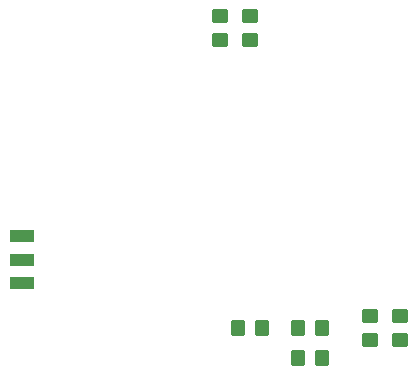
<source format=gbr>
%TF.GenerationSoftware,KiCad,Pcbnew,(6.0.7-1)-1*%
%TF.CreationDate,2022-09-15T19:16:24-07:00*%
%TF.ProjectId,KamiPCBv2,4b616d69-5043-4427-9632-2e6b69636164,rev?*%
%TF.SameCoordinates,Original*%
%TF.FileFunction,Paste,Top*%
%TF.FilePolarity,Positive*%
%FSLAX46Y46*%
G04 Gerber Fmt 4.6, Leading zero omitted, Abs format (unit mm)*
G04 Created by KiCad (PCBNEW (6.0.7-1)-1) date 2022-09-15 19:16:24*
%MOMM*%
%LPD*%
G01*
G04 APERTURE LIST*
G04 Aperture macros list*
%AMRoundRect*
0 Rectangle with rounded corners*
0 $1 Rounding radius*
0 $2 $3 $4 $5 $6 $7 $8 $9 X,Y pos of 4 corners*
0 Add a 4 corners polygon primitive as box body*
4,1,4,$2,$3,$4,$5,$6,$7,$8,$9,$2,$3,0*
0 Add four circle primitives for the rounded corners*
1,1,$1+$1,$2,$3*
1,1,$1+$1,$4,$5*
1,1,$1+$1,$6,$7*
1,1,$1+$1,$8,$9*
0 Add four rect primitives between the rounded corners*
20,1,$1+$1,$2,$3,$4,$5,0*
20,1,$1+$1,$4,$5,$6,$7,0*
20,1,$1+$1,$6,$7,$8,$9,0*
20,1,$1+$1,$8,$9,$2,$3,0*%
G04 Aperture macros list end*
%ADD10R,2.000000X1.000000*%
%ADD11RoundRect,0.250000X-0.350000X-0.450000X0.350000X-0.450000X0.350000X0.450000X-0.350000X0.450000X0*%
%ADD12RoundRect,0.250000X-0.450000X0.350000X-0.450000X-0.350000X0.450000X-0.350000X0.450000X0.350000X0*%
%ADD13RoundRect,0.250000X0.450000X-0.350000X0.450000X0.350000X-0.450000X0.350000X-0.450000X-0.350000X0*%
G04 APERTURE END LIST*
D10*
%TO.C,*%
X105140000Y-104000000D03*
X105140000Y-108000000D03*
X105140000Y-106000000D03*
%TD*%
D11*
%TO.C,*%
X125460000Y-111760000D03*
X123460000Y-111760000D03*
%TD*%
D12*
%TO.C,*%
X124460000Y-85360000D03*
X124460000Y-87360000D03*
%TD*%
D11*
%TO.C,*%
X128540000Y-111760000D03*
X130540000Y-111760000D03*
%TD*%
D13*
%TO.C,*%
X134620000Y-112760000D03*
X134620000Y-110760000D03*
%TD*%
%TO.C,*%
X137160000Y-110760000D03*
X137160000Y-112760000D03*
%TD*%
D11*
%TO.C,*%
X128540000Y-114300000D03*
X130540000Y-114300000D03*
%TD*%
D12*
%TO.C,*%
X121920000Y-85360000D03*
X121920000Y-87360000D03*
%TD*%
M02*

</source>
